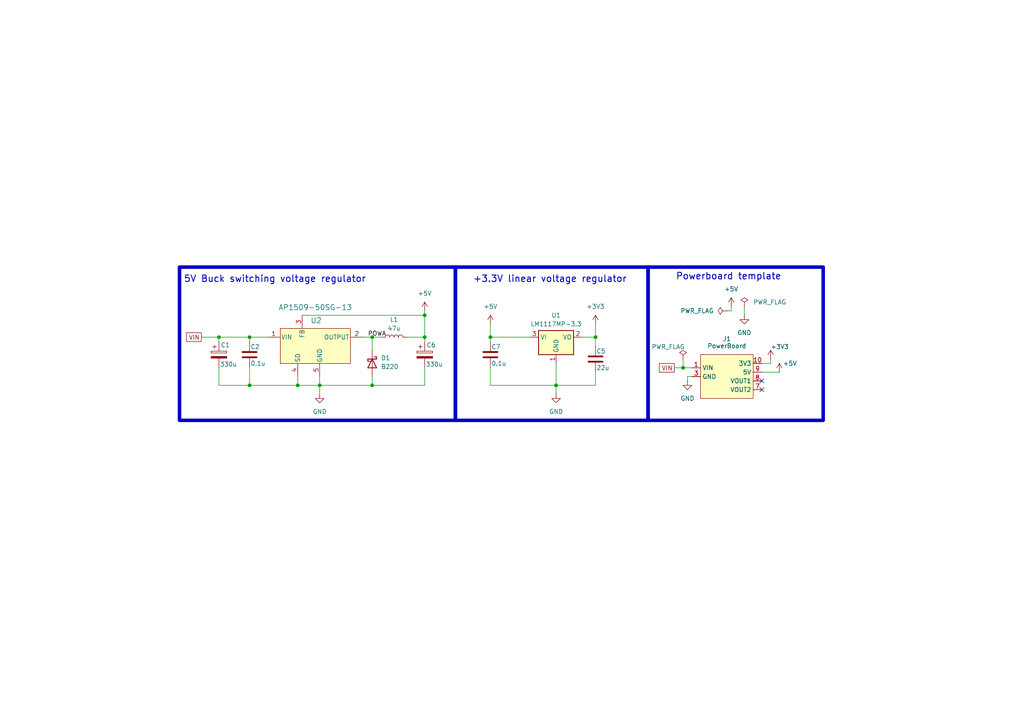
<source format=kicad_sch>
(kicad_sch (version 20231120) (generator "eeschema") (generator_version "8.0")
  (paper "A4")
  (lib_symbols
    (symbol "Device:C" (pin_numbers hide) (pin_names (offset 0.254))
      (property "Reference" "C" (at 0.635 2.54 0))
      (property "Value" "C" (at 0.635 -2.54 0))
      (symbol "C_0_1"
        (polyline (pts (xy -2.032 -0.762) (xy 2.032 -0.762)) (stroke (width 0.508)))
        (polyline (pts (xy -2.032 0.762) (xy 2.032 0.762)) (stroke (width 0.508)))
      )
      (symbol "C_1_1"
        (pin passive line (at 0 3.81 270) (length 2.794) (name "~") (number "1"))
        (pin passive line (at 0 -3.81 90) (length 2.794) (name "~") (number "2"))
      )
    )
    (symbol "Device:C_Polarized" (pin_numbers hide) (pin_names (offset 0.254))
      (property "Reference" "C" (at 0.635 2.54 0))
      (property "Value" "C_Polarized" (at 0.635 -2.54 0))
      (symbol "C_Polarized_0_1"
        (rectangle (start -2.286 0.508) (end 2.286 1.016))
        (polyline (pts (xy -1.778 2.286) (xy -0.762 2.286)))
        (polyline (pts (xy -1.27 2.794) (xy -1.27 1.778)))
        (rectangle (start 2.286 -0.508) (end -2.286 -1.016) (fill (type outline)))
      )
      (symbol "C_Polarized_1_1"
        (pin passive line (at 0 3.81 270) (length 2.794) (name "~") (number "1"))
        (pin passive line (at 0 -3.81 90) (length 2.794) (name "~") (number "2"))
      )
    )
    (symbol "Device:L" (pin_numbers hide) (pin_names (offset 1.016) hide)
      (property "Reference" "L" (at -1.27 0 90))
      (property "Value" "L" (at 1.905 0 90))
      (symbol "L_0_1"
        (arc (start 0 -2.54) (mid 0.6323 -1.905) (end 0 -1.27))
        (arc (start 0 -1.27) (mid 0.6323 -0.635) (end 0 0))
        (arc (start 0 0) (mid 0.6323 0.635) (end 0 1.27))
        (arc (start 0 1.27) (mid 0.6323 1.905) (end 0 2.54))
      )
      (symbol "L_1_1"
        (pin passive line (at 0 3.81 270) (length 1.27) (name "1") (number "1"))
        (pin passive line (at 0 -3.81 90) (length 1.27) (name "2") (number "2"))
      )
    )
    (symbol "Diode:B220" (pin_numbers hide) (pin_names (offset 1.016) hide)
      (property "Reference" "D" (at 0 2.54 0))
      (property "Value" "B220" (at 0 -2.54 0))
      (symbol "B220_0_1"
        (polyline (pts (xy 1.27 0) (xy -1.27 0)))
        (polyline (pts (xy 1.27 1.27) (xy 1.27 -1.27) (xy -1.27 0) (xy 1.27 1.27)) (stroke (width 0.254)))
        (polyline (pts (xy -1.905 0.635) (xy -1.905 1.27) (xy -1.27 1.27) (xy -1.27 -1.27) (xy -0.635 -1.27) (xy -0.635 -0.635)) (stroke (width 0.254)))
      )
      (symbol "B220_1_1"
        (pin passive line (at -3.81 0 0) (length 2.54) (name "K") (number "1"))
        (pin passive line (at 3.81 0 180) (length 2.54) (name "A") (number "2"))
      )
    )
    (symbol "GND_1" (power) (pin_numbers hide) (pin_names (offset 0) hide)
      (property "Value" "GND" (at 0 -3.81 0))
      (symbol "GND_1_0_1"
        (polyline (pts (xy 0 0) (xy 0 -1.27) (xy 1.27 -1.27) (xy 0 -2.54) (xy -1.27 -1.27) (xy 0 -1.27)))
      )
      (symbol "GND_1_1_1"
        (pin power_in line (at 0 0 270) (length 0) (name "~") (number "1"))
      )
    )
    (symbol "Regulator_Linear:LM1117MP-3.3"
      (property "Reference" "U" (at -3.81 3.175 0))
      (property "Value" "LM1117MP-3.3" (at 0 3.175 0))
      (symbol "LM1117MP-3.3_0_1"
        (rectangle (start -5.08 -5.08) (end 5.08 1.905) (stroke (width 0.254)) (fill (type background)))
      )
      (symbol "LM1117MP-3.3_1_1"
        (pin power_in line (at 0 -7.62 90) (length 2.54) (name "GND") (number "1"))
        (pin power_out line (at 7.62 0 180) (length 2.54) (name "VO") (number "2"))
        (pin power_in line (at -7.62 0 0) (length 2.54) (name "VI") (number "3"))
      )
    )
    (symbol "myparts:AP1509-50SG-13" (pin_names (offset 0.254))
      (property "Reference" "U" (at 23.876 -12.954 0))
      (property "Value" "AP1509-50SG-13" (at 33.782 -10.16 0))
      (symbol "AP1509-50SG-13_1_1"
        (rectangle (start 7.62 2.54) (end 27.94 -7.62) (fill (type background)))
        (pin input line (at 3.81 0 0) (length 3.81) (name "VIN") (number "1"))
        (pin power_out line (at 31.75 0 180) (length 3.81) (name "OUTPUT") (number "2"))
        (pin input line (at 13.97 6.35 270) (length 3.81) (name "FB") (number "3"))
        (pin input line (at 12.7 -11.43 90) (length 3.81) (name "SD") (number "4"))
        (pin power_in line (at 19.05 -11.43 90) (length 3.81) (name "GND") (number "5"))
        (pin power_in line (at 19.05 -11.43 90) (length 3.81) hide (name "GND") (number "6"))
        (pin power_in line (at 19.05 -11.43 90) (length 3.81) hide (name "GND") (number "7"))
        (pin power_in line (at 19.05 -11.43 90) (length 3.81) hide (name "GND") (number "8"))
      )
    )
    (symbol "myparts:PowerBoard"
      (property "Reference" "J" (at -6.858 -8.89 0))
      (property "Value" "PowerBoard" (at -7.62 7.366 0))
      (symbol "PowerBoard_1_1"
        (rectangle (start -7.62 5.08) (end 7.62 -7.62) (fill (type background)))
        (pin power_in line (at -10.16 1.27 0) (length 2.54) (name "VIN") (number "1"))
        (pin power_in line (at 10.16 2.54 180) (length 2.54) (name "3V3") (number "10"))
        (pin passive line (at -10.16 1.27 0) (length 2.54) hide (name "VIN") (number "2"))
        (pin power_in line (at -10.16 -1.27 0) (length 2.54) (name "GND") (number "3"))
        (pin passive line (at -10.16 -1.27 0) (length 2.54) hide (name "GND") (number "4"))
        (pin passive line (at -10.16 -1.27 0) (length 2.54) hide (name "GND") (number "5"))
        (pin passive line (at -10.16 -1.27 0) (length 2.54) hide (name "GND") (number "6"))
        (pin power_in line (at 10.16 -5.08 180) (length 2.54) (name "VOUT2") (number "7"))
        (pin power_in line (at 10.16 -2.54 180) (length 2.54) (name "VOUT1") (number "8"))
        (pin power_in line (at 10.16 0 180) (length 2.54) (name "5V") (number "9"))
      )
    )
    (symbol "power:+3V3" (power) (pin_numbers hide) (pin_names (offset 0) hide)
      (property "Value" "+3V3" (at 0 3.556 0))
      (symbol "+3V3_0_1"
        (polyline (pts (xy -0.762 1.27) (xy 0 2.54)))
        (polyline (pts (xy 0 0) (xy 0 2.54)))
        (polyline (pts (xy 0 2.54) (xy 0.762 1.27)))
      )
      (symbol "+3V3_1_1"
        (pin power_in line (at 0 0 90) (length 0) (name "~") (number "1"))
      )
    )
    (symbol "power:+5V" (power) (pin_numbers hide) (pin_names (offset 0) hide)
      (property "Value" "+5V" (at 0 3.556 0))
      (symbol "+5V_0_1"
        (polyline (pts (xy -0.762 1.27) (xy 0 2.54)))
        (polyline (pts (xy 0 0) (xy 0 2.54)))
        (polyline (pts (xy 0 2.54) (xy 0.762 1.27)))
      )
      (symbol "+5V_1_1"
        (pin power_in line (at 0 0 90) (length 0) (name "~") (number "1"))
      )
    )
    (symbol "power:PWR_FLAG" (power) (pin_numbers hide) (pin_names (offset 0) hide)
      (property "Value" "PWR_FLAG" (at 0 3.81 0))
      (symbol "PWR_FLAG_0_0"
        (pin power_out line (at 0 0 90) (length 0) (name "~") (number "1"))
      )
      (symbol "PWR_FLAG_0_1"
        (polyline (pts (xy 0 0) (xy 0 1.27) (xy -1.016 1.905) (xy 0 2.54) (xy 1.016 1.905) (xy 0 1.27)))
      )
    )
  )
  (junction (at 161.29 111.76))
  (junction (at 86.36 111.76))
  (junction (at 92.71 111.76))
  (junction (at 123.19 91.44))
  (junction (at 142.24 97.79))
  (junction (at 107.95 97.79))
  (junction (at 72.39 111.76))
  (junction (at 123.19 97.79))
  (junction (at 172.72 97.79))
  (junction (at 72.39 97.79))
  (junction (at 63.5 97.79))
  (junction (at 107.95 111.76))
  (junction (at 198.12 106.68))
  (no_connect (at 220.98 113.03))
  (no_connect (at 220.98 110.49))
  (wire (pts (xy 63.5 97.79) (xy 72.39 97.79)))
  (wire (pts (xy 142.24 97.79) (xy 153.67 97.79)))
  (wire (pts (xy 72.39 106.68) (xy 72.39 111.76)))
  (wire (pts (xy 107.95 109.22) (xy 107.95 111.76)))
  (wire (pts (xy 87.63 91.44) (xy 123.19 91.44)))
  (wire (pts (xy 72.39 97.79) (xy 72.39 99.06)))
  (wire (pts (xy 172.72 100.33) (xy 172.72 97.79)))
  (wire (pts (xy 86.36 111.76) (xy 92.71 111.76)))
  (wire (pts (xy 63.5 111.76) (xy 72.39 111.76)))
  (wire (pts (xy 212.09 88.9) (xy 212.09 90.17)))
  (wire (pts (xy 199.39 109.22) (xy 199.39 110.49)))
  (wire (pts (xy 142.24 111.76) (xy 161.29 111.76)))
  (wire (pts (xy 210.82 90.17) (xy 212.09 90.17)))
  (wire (pts (xy 161.29 111.76) (xy 161.29 114.3)))
  (wire (pts (xy 107.95 111.76) (xy 123.19 111.76)))
  (wire (pts (xy 200.66 109.22) (xy 199.39 109.22)))
  (wire (pts (xy 123.19 91.44) (xy 123.19 97.79)))
  (wire (pts (xy 215.9 88.9) (xy 215.9 91.44)))
  (wire (pts (xy 198.12 104.14) (xy 198.12 106.68)))
  (wire (pts (xy 161.29 111.76) (xy 172.72 111.76)))
  (wire (pts (xy 86.36 109.22) (xy 86.36 111.76)))
  (wire (pts (xy 198.12 106.68) (xy 200.66 106.68)))
  (wire (pts (xy 105.41 97.79) (xy 107.95 97.79)))
  (wire (pts (xy 92.71 111.76) (xy 107.95 111.76)))
  (wire (pts (xy 172.72 111.76) (xy 172.72 107.95)))
  (wire (pts (xy 172.72 93.98) (xy 172.72 97.79)))
  (wire (pts (xy 220.98 105.41) (xy 223.52 105.41)))
  (wire (pts (xy 107.95 97.79) (xy 110.49 97.79)))
  (wire (pts (xy 123.19 106.68) (xy 123.19 111.76)))
  (wire (pts (xy 63.5 97.79) (xy 63.5 99.06)))
  (wire (pts (xy 223.52 104.14) (xy 223.52 105.41)))
  (wire (pts (xy 142.24 93.98) (xy 142.24 97.79)))
  (wire (pts (xy 195.58 106.68) (xy 198.12 106.68)))
  (wire (pts (xy 142.24 97.79) (xy 142.24 99.06)))
  (wire (pts (xy 58.42 97.79) (xy 63.5 97.79)))
  (wire (pts (xy 92.71 111.76) (xy 92.71 114.3)))
  (wire (pts (xy 220.98 107.95) (xy 226.06 107.95)))
  (wire (pts (xy 168.91 97.79) (xy 172.72 97.79)))
  (wire (pts (xy 118.11 97.79) (xy 123.19 97.79)))
  (wire (pts (xy 72.39 97.79) (xy 77.47 97.79)))
  (wire (pts (xy 92.71 109.22) (xy 92.71 111.76)))
  (wire (pts (xy 123.19 97.79) (xy 123.19 99.06)))
  (wire (pts (xy 63.5 106.68) (xy 63.5 111.76)))
  (wire (pts (xy 161.29 105.41) (xy 161.29 111.76)))
  (wire (pts (xy 123.19 90.17) (xy 123.19 91.44)))
  (wire (pts (xy 142.24 106.68) (xy 142.24 111.76)))
  (wire (pts (xy 72.39 111.76) (xy 86.36 111.76)))
  (wire (pts (xy 107.95 97.79) (xy 107.95 101.6)))
  (rectangle (start 187.96 77.47) (end 238.76 121.92) (stroke (width 1.016)))
  (rectangle (start 52.07 77.47) (end 132.08 121.92) (stroke (width 1.016)))
  (rectangle (start 132.08 77.47) (end 187.96 121.92) (stroke (width 1.016)))
  (text "5V Buck switching voltage regulator" (at 79.756 81.026 0) (effects (font (size 1.905 1.905) (thickness 0.254) (bold yes))))
  (text "Powerboard template" (at 211.328 80.264 0) (effects (font (size 1.905 1.905) (thickness 0.254) (bold yes))))
  (text "+3.3V linear voltage regulator" (at 159.512 81.026 0) (effects (font (size 1.905 1.905) (thickness 0.254) (bold yes))))
  (label "POWA" (at 106.68 97.79 0))
  (global_label "VIN" (shape passive) (at 195.58 106.68 180) (property "Intersheetrefs" "${INTERSHEET_REFS}" (effects (hide yes))))
  (global_label "VIN" (shape passive) (at 58.42 97.79 180) (property "Intersheetrefs" "${INTERSHEET_REFS}" (effects (hide yes))))
  (symbol (lib_id "myparts:PowerBoard") (at 210.82 107.95 0) (unit 1)
    (property "Reference" "J1" (at 210.82 98.298 0))
    (property "Value" "PowerBoard" (at 210.82 100.33 0))
    (property "Footprint" "myparts:PowerBoardTemplate" (effects (hide yes)))
  )
  (symbol (lib_id "power:+5V") (at 142.24 93.98 0) (unit 1)
    (property "Reference" "#PWR01" (effects (hide yes)))
    (property "Value" "+5V" (at 142.24 88.9 0))
    (property "Description" "Power symbol creates a global label with name \"+5V\"" (effects (hide yes)))
  )
  (symbol (lib_id "power:PWR_FLAG") (at 198.12 104.14 0) (unit 1)
    (property "Reference" "#FLG01" (effects (hide yes)))
    (property "Value" "PWR_FLAG" (at 193.802 100.584 0))
    (property "Description" "Special symbol for telling ERC where power comes from" (effects (hide yes)))
  )
  (symbol (lib_id "Device:C_Polarized") (at 123.19 102.87 0) (unit 1)
    (property "Reference" "C6" (at 123.698 100.076 0) (effects (justify left)))
    (property "Value" "330u" (at 123.444 105.664 0) (effects (justify left)))
    (property "Footprint" "Capacitor_SMD:CP_Elec_8x10.5" (effects (hide yes)))
    (property "Description" "Polarized capacitor" (effects (hide yes)))
  )
  (symbol (lib_id "power:+5V") (at 212.09 88.9 0) (unit 1)
    (property "Reference" "#PWR07" (effects (hide yes)))
    (property "Value" "+5V" (at 212.09 83.82 0))
    (property "Description" "Power symbol creates a global label with name \"+5V\"" (effects (hide yes)))
  )
  (symbol (lib_name "GND_1") (lib_id "power:GND") (at 92.71 114.3 0) (unit 1)
    (property "Reference" "#PWR08" (effects (hide yes)))
    (property "Value" "GND" (at 92.71 119.38 0))
    (property "Description" "Power symbol creates a global label with name \"GND\" , ground" (effects (hide yes)))
  )
  (symbol (lib_id "Regulator_Linear:LM1117MP-3.3") (at 161.29 97.79 0) (unit 1)
    (property "Reference" "U1" (at 161.29 91.44 0))
    (property "Value" "LM1117MP-3.3" (at 161.29 93.98 0))
    (property "Footprint" "Package_TO_SOT_SMD:SOT-223-3_TabPin2" (effects (hide yes)))
    (property "Datasheet" "http://www.ti.com/lit/ds/symlink/lm1117.pdf" (effects (hide yes)))
    (property "Description" "800mA Low-Dropout Linear Regulator, 3.3V fixed output, SOT-223" (effects (hide yes)))
  )
  (symbol (lib_id "power:+5V") (at 226.06 107.95 0) (unit 1)
    (property "Reference" "#PWR05" (effects (hide yes)))
    (property "Value" "+5V" (at 227.076 105.41 0) (effects (justify left)))
    (property "Description" "Power symbol creates a global label with name \"+5V\"" (effects (hide yes)))
  )
  (symbol (lib_id "power:+3V3") (at 223.52 104.14 0) (unit 1)
    (property "Reference" "#PWR06" (effects (hide yes)))
    (property "Value" "+3V3" (at 223.52 100.584 0) (effects (justify left)))
    (property "Description" "Power symbol creates a global label with name \"+3V3\"" (effects (hide yes)))
  )
  (symbol (lib_name "GND_1") (lib_id "power:GND") (at 161.29 114.3 0) (unit 1)
    (property "Reference" "#PWR09" (effects (hide yes)))
    (property "Value" "GND" (at 161.29 119.38 0))
    (property "Description" "Power symbol creates a global label with name \"GND\" , ground" (effects (hide yes)))
  )
  (symbol (lib_id "Device:C") (at 142.24 102.87 180) (unit 1)
    (property "Reference" "C7" (at 142.494 100.584 0) (effects (justify right)))
    (property "Value" "0.1u" (at 142.494 105.41 0) (effects (justify right)))
    (property "Footprint" "Capacitor_SMD:C_1206_3216Metric_Pad1.33x1.80mm_HandSolder" (effects (hide yes)))
    (property "Description" "Unpolarized capacitor" (effects (hide yes)))
  )
  (symbol (lib_name "GND_1") (lib_id "power:GND") (at 199.39 110.49 0) (unit 1)
    (property "Reference" "#PWR04" (effects (hide yes)))
    (property "Value" "GND" (at 199.39 115.57 0))
    (property "Description" "Power symbol creates a global label with name \"GND\" , ground" (effects (hide yes)))
  )
  (symbol (lib_id "Device:L") (at 114.3 97.79 90) (unit 1)
    (property "Reference" "L1" (at 114.3 92.71 90))
    (property "Value" "47u" (at 114.3 95.25 90))
    (property "Footprint" "Inductor_SMD:L_Bourns-SRN1060" (effects (hide yes)))
    (property "Description" "Inductor" (effects (hide yes)))
  )
  (symbol (lib_id "Device:C") (at 172.72 104.14 180) (unit 1)
    (property "Reference" "C5" (at 172.974 101.854 0) (effects (justify right)))
    (property "Value" "22u" (at 172.974 106.68 0) (effects (justify right)))
    (property "Footprint" "Capacitor_SMD:C_1206_3216Metric_Pad1.33x1.80mm_HandSolder" (effects (hide yes)))
    (property "Description" "Unpolarized capacitor" (effects (hide yes)))
  )
  (symbol (lib_id "power:+5V") (at 123.19 90.17 0) (unit 1)
    (property "Reference" "#PWR010" (effects (hide yes)))
    (property "Value" "+5V" (at 123.19 85.09 0))
    (property "Description" "Power symbol creates a global label with name \"+5V\"" (effects (hide yes)))
  )
  (symbol (lib_id "myparts:AP1509-50SG-13") (at 73.66 97.79 0) (unit 1)
    (property "Reference" "U2" (at 91.694 92.964 0) (effects (font (size 1.524 1.524))))
    (property "Value" "AP1509-50SG-13" (at 91.44 89.154 0) (effects (font (size 1.524 1.524))))
    (property "Footprint" "Package_SO:SOP-8_3.9x4.9mm_P1.27mm" (effects (hide yes)))
    (property "Datasheet" "AP1509-50SG-13" (effects (hide yes)))
  )
  (symbol (lib_name "GND_1") (lib_id "power:GND") (at 215.9 91.44 0) (unit 1)
    (property "Reference" "#PWR03" (effects (hide yes)))
    (property "Value" "GND" (at 215.9 96.52 0))
    (property "Description" "Power symbol creates a global label with name \"GND\" , ground" (effects (hide yes)))
  )
  (symbol (lib_id "power:+3V3") (at 172.72 93.98 0) (unit 1)
    (property "Reference" "#PWR02" (effects (hide yes)))
    (property "Value" "+3V3" (at 172.72 88.9 0))
    (property "Description" "Power symbol creates a global label with name \"+3V3\"" (effects (hide yes)))
  )
  (symbol (lib_id "power:PWR_FLAG") (at 215.9 88.9 0) (unit 1)
    (property "Reference" "#FLG04" (effects (hide yes)))
    (property "Value" "PWR_FLAG" (at 218.44 87.6299 0) (effects (justify left)))
    (property "Description" "Special symbol for telling ERC where power comes from" (effects (hide yes)))
  )
  (symbol (lib_id "Diode:B220") (at 107.95 105.41 270) (unit 1)
    (property "Reference" "D1" (at 110.49 103.8224 90) (effects (justify left)))
    (property "Value" "B220" (at 110.49 106.3624 90) (effects (justify left)))
    (property "Footprint" "Diode_SMD:D_SMB" (effects (hide yes)))
    (property "Datasheet" "http://www.jameco.com/Jameco/Products/ProdDS/1538777.pdf" (effects (hide yes)))
    (property "Description" "20V 2A Schottky Barrier Rectifier Diode, SMB" (effects (hide yes)))
  )
  (symbol (lib_id "Device:C_Polarized") (at 63.5 102.87 0) (unit 1)
    (property "Reference" "C1" (at 64.008 100.076 0) (effects (justify left)))
    (property "Value" "330u" (at 63.754 105.664 0) (effects (justify left)))
    (property "Footprint" "Capacitor_SMD:CP_Elec_8x10.5" (effects (hide yes)))
    (property "Description" "Polarized capacitor" (effects (hide yes)))
  )
  (symbol (lib_id "power:PWR_FLAG") (at 210.82 90.17 90) (unit 1)
    (property "Reference" "#FLG02" (effects (hide yes)))
    (property "Value" "PWR_FLAG" (at 207.01 90.1699 90) (effects (justify left)))
    (property "Description" "Special symbol for telling ERC where power comes from" (effects (hide yes)))
  )
  (symbol (lib_id "Device:C") (at 72.39 102.87 180) (unit 1)
    (property "Reference" "C2" (at 72.644 100.584 0) (effects (justify right)))
    (property "Value" "0.1u" (at 72.644 105.41 0) (effects (justify right)))
    (property "Footprint" "Capacitor_SMD:C_1206_3216Metric_Pad1.33x1.80mm_HandSolder" (effects (hide yes)))
    (property "Description" "Unpolarized capacitor" (effects (hide yes)))
  )
)
</source>
